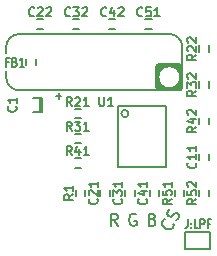
<source format=gto>
%TF.GenerationSoftware,KiCad,Pcbnew,(5.1.2-1)-1*%
%TF.CreationDate,2020-09-09T12:05:02+02:00*%
%TF.ProjectId,N64 RGB AMP v1,4e363420-5247-4422-9041-4d502076312e,2.21*%
%TF.SameCoordinates,Original*%
%TF.FileFunction,Legend,Top*%
%TF.FilePolarity,Positive*%
%FSLAX46Y46*%
G04 Gerber Fmt 4.6, Leading zero omitted, Abs format (unit mm)*
G04 Created by KiCad (PCBNEW (5.1.2-1)-1) date 2020-09-09 12:05:02*
%MOMM*%
%LPD*%
G04 APERTURE LIST*
%ADD10C,0.150000*%
%ADD11C,0.152500*%
%ADD12C,0.203200*%
%ADD13C,0.160000*%
%ADD14C,0.152400*%
G04 APERTURE END LIST*
D10*
X137980000Y-166290000D02*
X137980000Y-164830000D01*
X135870000Y-166290000D02*
X135870000Y-164830000D01*
X135870000Y-164830000D02*
X137980000Y-164830000D01*
X135870000Y-166290000D02*
X137980000Y-166290000D01*
D11*
X123631160Y-153472000D02*
X123631160Y-154670880D01*
X123782500Y-153471000D02*
X123782500Y-154671000D01*
D12*
X134894576Y-164183075D02*
X134912285Y-164249165D01*
X134881613Y-164399053D01*
X134833232Y-164482851D01*
X134718761Y-164584358D01*
X134586582Y-164619775D01*
X134478593Y-164613293D01*
X134286806Y-164558430D01*
X134161109Y-164485859D01*
X134017703Y-164347198D01*
X133958095Y-164256918D01*
X133922678Y-164124739D01*
X133953350Y-163974851D01*
X134001731Y-163891053D01*
X134116201Y-163789546D01*
X134182291Y-163771837D01*
X135129999Y-163872072D02*
X135244470Y-163770566D01*
X135365422Y-163561070D01*
X135371904Y-163453081D01*
X135354195Y-163386991D01*
X135294588Y-163296711D01*
X135210789Y-163248330D01*
X135102801Y-163241849D01*
X135036711Y-163259557D01*
X134946431Y-163319165D01*
X134807770Y-163462571D01*
X134717490Y-163522179D01*
X134651400Y-163539888D01*
X134543411Y-163533406D01*
X134459613Y-163485025D01*
X134400005Y-163394745D01*
X134382297Y-163328655D01*
X134388779Y-163220666D01*
X134509731Y-163011171D01*
X134624201Y-162909664D01*
D10*
X125167142Y-153101428D02*
X125167142Y-153558571D01*
X124938571Y-153330000D02*
X125395714Y-153330000D01*
D12*
X130179476Y-164314619D02*
X129840809Y-163830809D01*
X129598904Y-164314619D02*
X129598904Y-163298619D01*
X129985952Y-163298619D01*
X130082714Y-163347000D01*
X130131095Y-163395380D01*
X130179476Y-163492142D01*
X130179476Y-163637285D01*
X130131095Y-163734047D01*
X130082714Y-163782428D01*
X129985952Y-163830809D01*
X129598904Y-163830809D01*
X131731095Y-163347000D02*
X131634333Y-163298619D01*
X131489190Y-163298619D01*
X131344047Y-163347000D01*
X131247285Y-163443761D01*
X131198904Y-163540523D01*
X131150523Y-163734047D01*
X131150523Y-163879190D01*
X131198904Y-164072714D01*
X131247285Y-164169476D01*
X131344047Y-164266238D01*
X131489190Y-164314619D01*
X131585952Y-164314619D01*
X131731095Y-164266238D01*
X131779476Y-164217857D01*
X131779476Y-163879190D01*
X131585952Y-163879190D01*
X133137571Y-163782428D02*
X133282714Y-163830809D01*
X133331095Y-163879190D01*
X133379476Y-163975952D01*
X133379476Y-164121095D01*
X133331095Y-164217857D01*
X133282714Y-164266238D01*
X133185952Y-164314619D01*
X132798904Y-164314619D01*
X132798904Y-163298619D01*
X133137571Y-163298619D01*
X133234333Y-163347000D01*
X133282714Y-163395380D01*
X133331095Y-163492142D01*
X133331095Y-163588904D01*
X133282714Y-163685666D01*
X133234333Y-163734047D01*
X133137571Y-163782428D01*
X132798904Y-163782428D01*
D10*
X136090000Y-163772714D02*
X136090000Y-164317000D01*
X136060333Y-164425857D01*
X136001000Y-164498428D01*
X135912000Y-164534714D01*
X135852666Y-164534714D01*
X136386666Y-164462142D02*
X136416333Y-164498428D01*
X136386666Y-164534714D01*
X136357000Y-164498428D01*
X136386666Y-164462142D01*
X136386666Y-164534714D01*
X136386666Y-164063000D02*
X136416333Y-164099285D01*
X136386666Y-164135571D01*
X136357000Y-164099285D01*
X136386666Y-164063000D01*
X136386666Y-164135571D01*
X136980000Y-164534714D02*
X136683333Y-164534714D01*
X136683333Y-163772714D01*
X137187666Y-164534714D02*
X137187666Y-163772714D01*
X137425000Y-163772714D01*
X137484333Y-163809000D01*
X137514000Y-163845285D01*
X137543666Y-163917857D01*
X137543666Y-164026714D01*
X137514000Y-164099285D01*
X137484333Y-164135571D01*
X137425000Y-164171857D01*
X137187666Y-164171857D01*
X138018333Y-164135571D02*
X137810666Y-164135571D01*
X137810666Y-164534714D02*
X137810666Y-163772714D01*
X138107333Y-163772714D01*
G36*
X134065000Y-150705000D02*
G01*
X133935000Y-150765000D01*
X133845000Y-150815000D01*
X133775000Y-150915000D01*
X133645000Y-151055000D01*
X133585000Y-151155000D01*
X133545000Y-151235000D01*
X133485000Y-151245000D01*
X133485000Y-151105000D01*
X133465000Y-150975000D01*
X133495000Y-150815000D01*
X133535000Y-150705000D01*
X133605000Y-150655000D01*
X134025000Y-150675000D01*
X134065000Y-150705000D01*
G37*
X134065000Y-150705000D02*
X133935000Y-150765000D01*
X133845000Y-150815000D01*
X133775000Y-150915000D01*
X133645000Y-151055000D01*
X133585000Y-151155000D01*
X133545000Y-151235000D01*
X133485000Y-151245000D01*
X133485000Y-151105000D01*
X133465000Y-150975000D01*
X133495000Y-150815000D01*
X133535000Y-150705000D01*
X133605000Y-150655000D01*
X134025000Y-150675000D01*
X134065000Y-150705000D01*
G36*
X133495000Y-152245000D02*
G01*
X133485000Y-152385000D01*
X133485000Y-152575000D01*
X133505000Y-152695000D01*
X133545000Y-152745000D01*
X133605000Y-152785000D01*
X133695000Y-152805000D01*
X134045000Y-152795000D01*
X133495000Y-152245000D01*
G37*
X133495000Y-152245000D02*
X133485000Y-152385000D01*
X133485000Y-152575000D01*
X133505000Y-152695000D01*
X133545000Y-152745000D01*
X133605000Y-152785000D01*
X133695000Y-152805000D01*
X134045000Y-152795000D01*
X133495000Y-152245000D01*
G36*
X135615000Y-152185000D02*
G01*
X135605000Y-152625000D01*
X135515000Y-152795000D01*
X135355000Y-152835000D01*
X135015000Y-152805000D01*
X135615000Y-152185000D01*
G37*
X135615000Y-152185000D02*
X135605000Y-152625000D01*
X135515000Y-152795000D01*
X135355000Y-152835000D01*
X135015000Y-152805000D01*
X135615000Y-152185000D01*
G36*
X134875000Y-150655000D02*
G01*
X134995000Y-150635000D01*
X135515000Y-151395000D01*
X135625000Y-151275000D01*
X135625000Y-150685000D01*
X135595000Y-150685000D01*
X134875000Y-150655000D01*
G37*
X134875000Y-150655000D02*
X134995000Y-150635000D01*
X135515000Y-151395000D01*
X135625000Y-151275000D01*
X135625000Y-150685000D01*
X135595000Y-150685000D01*
X134875000Y-150655000D01*
D13*
X135631002Y-151745000D02*
G75*
G03X135631002Y-151745000I-1086002J0D01*
G01*
X135475000Y-151745000D02*
G75*
G03X135475000Y-151745000I-930000J0D01*
G01*
D10*
X133706800Y-150629000D02*
X135408600Y-150629000D01*
X133429000Y-152583200D02*
X133429000Y-150906800D01*
D14*
X121845000Y-152861000D02*
X135383200Y-152861000D01*
X120729000Y-149205000D02*
X120729000Y-149713000D01*
X121845000Y-152861000D02*
G75*
G02X120729000Y-151745000I0J1116000D01*
G01*
X121845000Y-148089000D02*
X134545000Y-148089000D01*
X120729000Y-149205000D02*
G75*
G02X121845000Y-148089000I1116000J0D01*
G01*
D10*
X135661000Y-149205000D02*
X135661000Y-152583200D01*
D14*
X134545000Y-148089000D02*
G75*
G02X135661000Y-149205000I0J-1116000D01*
G01*
D10*
X133429000Y-150906800D02*
G75*
G02X133706800Y-150629000I277800J0D01*
G01*
D14*
X135661000Y-152583200D02*
G75*
G02X135383200Y-152861000I-277800J0D01*
G01*
D10*
X135383200Y-150629000D02*
G75*
G02X135661000Y-150906800I0J-277800D01*
G01*
X133706800Y-152861000D02*
G75*
G02X133429000Y-152583200I0J277800D01*
G01*
D14*
X120729000Y-151237000D02*
X120729000Y-151745000D01*
X130195000Y-159385000D02*
X134295000Y-159385000D01*
X130195000Y-154205000D02*
X134295000Y-154205000D01*
X130195000Y-154205000D02*
X130195000Y-159385000D01*
X134295000Y-154205000D02*
X134295000Y-159385000D01*
D10*
X131090857Y-154820857D02*
G75*
G03X131090857Y-154820857I-305857J0D01*
G01*
D14*
X137882300Y-161257300D02*
X137882300Y-161797300D01*
X137082300Y-161257300D02*
X137082300Y-161797300D01*
X137082300Y-158207300D02*
X137082300Y-158747300D01*
X137882300Y-158207300D02*
X137882300Y-158747300D01*
X137882300Y-155157300D02*
X137882300Y-155697300D01*
X137082300Y-155157300D02*
X137082300Y-155697300D01*
X137082300Y-152107300D02*
X137082300Y-152647300D01*
X137882300Y-152107300D02*
X137882300Y-152647300D01*
X137882300Y-149057300D02*
X137882300Y-149597300D01*
X137082300Y-149057300D02*
X137082300Y-149597300D01*
X123782500Y-153471000D02*
X123032500Y-153471000D01*
X123782500Y-154671000D02*
X123032500Y-154671000D01*
X133042700Y-146842300D02*
X132502700Y-146842300D01*
X133042700Y-147642300D02*
X132502700Y-147642300D01*
X126942700Y-146842300D02*
X126402700Y-146842300D01*
X126942700Y-147642300D02*
X126402700Y-147642300D01*
X123892700Y-147642300D02*
X123352700Y-147642300D01*
X123892700Y-146842300D02*
X123352700Y-146842300D01*
X129992700Y-147642300D02*
X129452700Y-147642300D01*
X129992700Y-146842300D02*
X129452700Y-146842300D01*
X126632300Y-161257300D02*
X126632300Y-161797300D01*
X127432300Y-161257300D02*
X127432300Y-161797300D01*
X129522300Y-161257300D02*
X129522300Y-161797300D01*
X128722300Y-161257300D02*
X128722300Y-161797300D01*
X130812300Y-161257300D02*
X130812300Y-161797300D01*
X131612300Y-161257300D02*
X131612300Y-161797300D01*
X133702300Y-161257300D02*
X133702300Y-161797300D01*
X132902300Y-161257300D02*
X132902300Y-161797300D01*
X134992300Y-161257300D02*
X134992300Y-161797300D01*
X135792300Y-161257300D02*
X135792300Y-161797300D01*
X127062700Y-154432300D02*
X126522700Y-154432300D01*
X127062700Y-155232300D02*
X126522700Y-155232300D01*
X127062700Y-157322300D02*
X126522700Y-157322300D01*
X127062700Y-156522300D02*
X126522700Y-156522300D01*
X127062700Y-158612300D02*
X126522700Y-158612300D01*
X127062700Y-159412300D02*
X126522700Y-159412300D01*
X123237300Y-150192300D02*
X123237300Y-150732300D01*
X122437300Y-150192300D02*
X122437300Y-150732300D01*
X128609428Y-153422714D02*
X128609428Y-154039571D01*
X128645714Y-154112142D01*
X128682000Y-154148428D01*
X128754571Y-154184714D01*
X128899714Y-154184714D01*
X128972285Y-154148428D01*
X129008571Y-154112142D01*
X129044857Y-154039571D01*
X129044857Y-153422714D01*
X129806857Y-154184714D02*
X129371428Y-154184714D01*
X129589142Y-154184714D02*
X129589142Y-153422714D01*
X129516571Y-153531571D01*
X129444000Y-153604142D01*
X129371428Y-153640428D01*
X136839714Y-162029857D02*
X136476857Y-162283857D01*
X136839714Y-162465285D02*
X136077714Y-162465285D01*
X136077714Y-162175000D01*
X136114000Y-162102428D01*
X136150285Y-162066142D01*
X136222857Y-162029857D01*
X136331714Y-162029857D01*
X136404285Y-162066142D01*
X136440571Y-162102428D01*
X136476857Y-162175000D01*
X136476857Y-162465285D01*
X136077714Y-161340428D02*
X136077714Y-161703285D01*
X136440571Y-161739571D01*
X136404285Y-161703285D01*
X136368000Y-161630714D01*
X136368000Y-161449285D01*
X136404285Y-161376714D01*
X136440571Y-161340428D01*
X136513142Y-161304142D01*
X136694571Y-161304142D01*
X136767142Y-161340428D01*
X136803428Y-161376714D01*
X136839714Y-161449285D01*
X136839714Y-161630714D01*
X136803428Y-161703285D01*
X136767142Y-161739571D01*
X136150285Y-161013857D02*
X136114000Y-160977571D01*
X136077714Y-160905000D01*
X136077714Y-160723571D01*
X136114000Y-160651000D01*
X136150285Y-160614714D01*
X136222857Y-160578428D01*
X136295428Y-160578428D01*
X136404285Y-160614714D01*
X136839714Y-161050142D01*
X136839714Y-160578428D01*
X136767142Y-158979857D02*
X136803428Y-159016142D01*
X136839714Y-159125000D01*
X136839714Y-159197571D01*
X136803428Y-159306428D01*
X136730857Y-159379000D01*
X136658285Y-159415285D01*
X136513142Y-159451571D01*
X136404285Y-159451571D01*
X136259142Y-159415285D01*
X136186571Y-159379000D01*
X136114000Y-159306428D01*
X136077714Y-159197571D01*
X136077714Y-159125000D01*
X136114000Y-159016142D01*
X136150285Y-158979857D01*
X136839714Y-158254142D02*
X136839714Y-158689571D01*
X136839714Y-158471857D02*
X136077714Y-158471857D01*
X136186571Y-158544428D01*
X136259142Y-158617000D01*
X136295428Y-158689571D01*
X136839714Y-157528428D02*
X136839714Y-157963857D01*
X136839714Y-157746142D02*
X136077714Y-157746142D01*
X136186571Y-157818714D01*
X136259142Y-157891285D01*
X136295428Y-157963857D01*
X136839714Y-155929857D02*
X136476857Y-156183857D01*
X136839714Y-156365285D02*
X136077714Y-156365285D01*
X136077714Y-156075000D01*
X136114000Y-156002428D01*
X136150285Y-155966142D01*
X136222857Y-155929857D01*
X136331714Y-155929857D01*
X136404285Y-155966142D01*
X136440571Y-156002428D01*
X136476857Y-156075000D01*
X136476857Y-156365285D01*
X136331714Y-155276714D02*
X136839714Y-155276714D01*
X136041428Y-155458142D02*
X136585714Y-155639571D01*
X136585714Y-155167857D01*
X136150285Y-154913857D02*
X136114000Y-154877571D01*
X136077714Y-154805000D01*
X136077714Y-154623571D01*
X136114000Y-154551000D01*
X136150285Y-154514714D01*
X136222857Y-154478428D01*
X136295428Y-154478428D01*
X136404285Y-154514714D01*
X136839714Y-154950142D01*
X136839714Y-154478428D01*
X136839714Y-152879857D02*
X136476857Y-153133857D01*
X136839714Y-153315285D02*
X136077714Y-153315285D01*
X136077714Y-153025000D01*
X136114000Y-152952428D01*
X136150285Y-152916142D01*
X136222857Y-152879857D01*
X136331714Y-152879857D01*
X136404285Y-152916142D01*
X136440571Y-152952428D01*
X136476857Y-153025000D01*
X136476857Y-153315285D01*
X136077714Y-152625857D02*
X136077714Y-152154142D01*
X136368000Y-152408142D01*
X136368000Y-152299285D01*
X136404285Y-152226714D01*
X136440571Y-152190428D01*
X136513142Y-152154142D01*
X136694571Y-152154142D01*
X136767142Y-152190428D01*
X136803428Y-152226714D01*
X136839714Y-152299285D01*
X136839714Y-152517000D01*
X136803428Y-152589571D01*
X136767142Y-152625857D01*
X136150285Y-151863857D02*
X136114000Y-151827571D01*
X136077714Y-151755000D01*
X136077714Y-151573571D01*
X136114000Y-151501000D01*
X136150285Y-151464714D01*
X136222857Y-151428428D01*
X136295428Y-151428428D01*
X136404285Y-151464714D01*
X136839714Y-151900142D01*
X136839714Y-151428428D01*
X136839714Y-149829857D02*
X136476857Y-150083857D01*
X136839714Y-150265285D02*
X136077714Y-150265285D01*
X136077714Y-149975000D01*
X136114000Y-149902428D01*
X136150285Y-149866142D01*
X136222857Y-149829857D01*
X136331714Y-149829857D01*
X136404285Y-149866142D01*
X136440571Y-149902428D01*
X136476857Y-149975000D01*
X136476857Y-150265285D01*
X136150285Y-149539571D02*
X136114000Y-149503285D01*
X136077714Y-149430714D01*
X136077714Y-149249285D01*
X136114000Y-149176714D01*
X136150285Y-149140428D01*
X136222857Y-149104142D01*
X136295428Y-149104142D01*
X136404285Y-149140428D01*
X136839714Y-149575857D01*
X136839714Y-149104142D01*
X136150285Y-148813857D02*
X136114000Y-148777571D01*
X136077714Y-148705000D01*
X136077714Y-148523571D01*
X136114000Y-148451000D01*
X136150285Y-148414714D01*
X136222857Y-148378428D01*
X136295428Y-148378428D01*
X136404285Y-148414714D01*
X136839714Y-148850142D01*
X136839714Y-148378428D01*
X121542142Y-154207000D02*
X121578428Y-154243285D01*
X121614714Y-154352142D01*
X121614714Y-154424714D01*
X121578428Y-154533571D01*
X121505857Y-154606142D01*
X121433285Y-154642428D01*
X121288142Y-154678714D01*
X121179285Y-154678714D01*
X121034142Y-154642428D01*
X120961571Y-154606142D01*
X120889000Y-154533571D01*
X120852714Y-154424714D01*
X120852714Y-154352142D01*
X120889000Y-154243285D01*
X120925285Y-154207000D01*
X121614714Y-153481285D02*
X121614714Y-153916714D01*
X121614714Y-153699000D02*
X120852714Y-153699000D01*
X120961571Y-153771571D01*
X121034142Y-153844142D01*
X121070428Y-153916714D01*
X132270142Y-146527142D02*
X132233857Y-146563428D01*
X132125000Y-146599714D01*
X132052428Y-146599714D01*
X131943571Y-146563428D01*
X131871000Y-146490857D01*
X131834714Y-146418285D01*
X131798428Y-146273142D01*
X131798428Y-146164285D01*
X131834714Y-146019142D01*
X131871000Y-145946571D01*
X131943571Y-145874000D01*
X132052428Y-145837714D01*
X132125000Y-145837714D01*
X132233857Y-145874000D01*
X132270142Y-145910285D01*
X132959571Y-145837714D02*
X132596714Y-145837714D01*
X132560428Y-146200571D01*
X132596714Y-146164285D01*
X132669285Y-146128000D01*
X132850714Y-146128000D01*
X132923285Y-146164285D01*
X132959571Y-146200571D01*
X132995857Y-146273142D01*
X132995857Y-146454571D01*
X132959571Y-146527142D01*
X132923285Y-146563428D01*
X132850714Y-146599714D01*
X132669285Y-146599714D01*
X132596714Y-146563428D01*
X132560428Y-146527142D01*
X133721571Y-146599714D02*
X133286142Y-146599714D01*
X133503857Y-146599714D02*
X133503857Y-145837714D01*
X133431285Y-145946571D01*
X133358714Y-146019142D01*
X133286142Y-146055428D01*
X126170142Y-146527142D02*
X126133857Y-146563428D01*
X126025000Y-146599714D01*
X125952428Y-146599714D01*
X125843571Y-146563428D01*
X125771000Y-146490857D01*
X125734714Y-146418285D01*
X125698428Y-146273142D01*
X125698428Y-146164285D01*
X125734714Y-146019142D01*
X125771000Y-145946571D01*
X125843571Y-145874000D01*
X125952428Y-145837714D01*
X126025000Y-145837714D01*
X126133857Y-145874000D01*
X126170142Y-145910285D01*
X126424142Y-145837714D02*
X126895857Y-145837714D01*
X126641857Y-146128000D01*
X126750714Y-146128000D01*
X126823285Y-146164285D01*
X126859571Y-146200571D01*
X126895857Y-146273142D01*
X126895857Y-146454571D01*
X126859571Y-146527142D01*
X126823285Y-146563428D01*
X126750714Y-146599714D01*
X126533000Y-146599714D01*
X126460428Y-146563428D01*
X126424142Y-146527142D01*
X127186142Y-145910285D02*
X127222428Y-145874000D01*
X127295000Y-145837714D01*
X127476428Y-145837714D01*
X127549000Y-145874000D01*
X127585285Y-145910285D01*
X127621571Y-145982857D01*
X127621571Y-146055428D01*
X127585285Y-146164285D01*
X127149857Y-146599714D01*
X127621571Y-146599714D01*
X123120142Y-146527142D02*
X123083857Y-146563428D01*
X122975000Y-146599714D01*
X122902428Y-146599714D01*
X122793571Y-146563428D01*
X122721000Y-146490857D01*
X122684714Y-146418285D01*
X122648428Y-146273142D01*
X122648428Y-146164285D01*
X122684714Y-146019142D01*
X122721000Y-145946571D01*
X122793571Y-145874000D01*
X122902428Y-145837714D01*
X122975000Y-145837714D01*
X123083857Y-145874000D01*
X123120142Y-145910285D01*
X123410428Y-145910285D02*
X123446714Y-145874000D01*
X123519285Y-145837714D01*
X123700714Y-145837714D01*
X123773285Y-145874000D01*
X123809571Y-145910285D01*
X123845857Y-145982857D01*
X123845857Y-146055428D01*
X123809571Y-146164285D01*
X123374142Y-146599714D01*
X123845857Y-146599714D01*
X124136142Y-145910285D02*
X124172428Y-145874000D01*
X124245000Y-145837714D01*
X124426428Y-145837714D01*
X124499000Y-145874000D01*
X124535285Y-145910285D01*
X124571571Y-145982857D01*
X124571571Y-146055428D01*
X124535285Y-146164285D01*
X124099857Y-146599714D01*
X124571571Y-146599714D01*
X129220142Y-146527142D02*
X129183857Y-146563428D01*
X129075000Y-146599714D01*
X129002428Y-146599714D01*
X128893571Y-146563428D01*
X128821000Y-146490857D01*
X128784714Y-146418285D01*
X128748428Y-146273142D01*
X128748428Y-146164285D01*
X128784714Y-146019142D01*
X128821000Y-145946571D01*
X128893571Y-145874000D01*
X129002428Y-145837714D01*
X129075000Y-145837714D01*
X129183857Y-145874000D01*
X129220142Y-145910285D01*
X129873285Y-146091714D02*
X129873285Y-146599714D01*
X129691857Y-145801428D02*
X129510428Y-146345714D01*
X129982142Y-146345714D01*
X130236142Y-145910285D02*
X130272428Y-145874000D01*
X130345000Y-145837714D01*
X130526428Y-145837714D01*
X130599000Y-145874000D01*
X130635285Y-145910285D01*
X130671571Y-145982857D01*
X130671571Y-146055428D01*
X130635285Y-146164285D01*
X130199857Y-146599714D01*
X130671571Y-146599714D01*
X126389714Y-161667000D02*
X126026857Y-161921000D01*
X126389714Y-162102428D02*
X125627714Y-162102428D01*
X125627714Y-161812142D01*
X125664000Y-161739571D01*
X125700285Y-161703285D01*
X125772857Y-161667000D01*
X125881714Y-161667000D01*
X125954285Y-161703285D01*
X125990571Y-161739571D01*
X126026857Y-161812142D01*
X126026857Y-162102428D01*
X126389714Y-160941285D02*
X126389714Y-161376714D01*
X126389714Y-161159000D02*
X125627714Y-161159000D01*
X125736571Y-161231571D01*
X125809142Y-161304142D01*
X125845428Y-161376714D01*
X128407142Y-162029857D02*
X128443428Y-162066142D01*
X128479714Y-162175000D01*
X128479714Y-162247571D01*
X128443428Y-162356428D01*
X128370857Y-162429000D01*
X128298285Y-162465285D01*
X128153142Y-162501571D01*
X128044285Y-162501571D01*
X127899142Y-162465285D01*
X127826571Y-162429000D01*
X127754000Y-162356428D01*
X127717714Y-162247571D01*
X127717714Y-162175000D01*
X127754000Y-162066142D01*
X127790285Y-162029857D01*
X127790285Y-161739571D02*
X127754000Y-161703285D01*
X127717714Y-161630714D01*
X127717714Y-161449285D01*
X127754000Y-161376714D01*
X127790285Y-161340428D01*
X127862857Y-161304142D01*
X127935428Y-161304142D01*
X128044285Y-161340428D01*
X128479714Y-161775857D01*
X128479714Y-161304142D01*
X128479714Y-160578428D02*
X128479714Y-161013857D01*
X128479714Y-160796142D02*
X127717714Y-160796142D01*
X127826571Y-160868714D01*
X127899142Y-160941285D01*
X127935428Y-161013857D01*
X130497142Y-162029857D02*
X130533428Y-162066142D01*
X130569714Y-162175000D01*
X130569714Y-162247571D01*
X130533428Y-162356428D01*
X130460857Y-162429000D01*
X130388285Y-162465285D01*
X130243142Y-162501571D01*
X130134285Y-162501571D01*
X129989142Y-162465285D01*
X129916571Y-162429000D01*
X129844000Y-162356428D01*
X129807714Y-162247571D01*
X129807714Y-162175000D01*
X129844000Y-162066142D01*
X129880285Y-162029857D01*
X129807714Y-161775857D02*
X129807714Y-161304142D01*
X130098000Y-161558142D01*
X130098000Y-161449285D01*
X130134285Y-161376714D01*
X130170571Y-161340428D01*
X130243142Y-161304142D01*
X130424571Y-161304142D01*
X130497142Y-161340428D01*
X130533428Y-161376714D01*
X130569714Y-161449285D01*
X130569714Y-161667000D01*
X130533428Y-161739571D01*
X130497142Y-161775857D01*
X130569714Y-160578428D02*
X130569714Y-161013857D01*
X130569714Y-160796142D02*
X129807714Y-160796142D01*
X129916571Y-160868714D01*
X129989142Y-160941285D01*
X130025428Y-161013857D01*
X132587142Y-162029857D02*
X132623428Y-162066142D01*
X132659714Y-162175000D01*
X132659714Y-162247571D01*
X132623428Y-162356428D01*
X132550857Y-162429000D01*
X132478285Y-162465285D01*
X132333142Y-162501571D01*
X132224285Y-162501571D01*
X132079142Y-162465285D01*
X132006571Y-162429000D01*
X131934000Y-162356428D01*
X131897714Y-162247571D01*
X131897714Y-162175000D01*
X131934000Y-162066142D01*
X131970285Y-162029857D01*
X132151714Y-161376714D02*
X132659714Y-161376714D01*
X131861428Y-161558142D02*
X132405714Y-161739571D01*
X132405714Y-161267857D01*
X132659714Y-160578428D02*
X132659714Y-161013857D01*
X132659714Y-160796142D02*
X131897714Y-160796142D01*
X132006571Y-160868714D01*
X132079142Y-160941285D01*
X132115428Y-161013857D01*
X134749714Y-162029857D02*
X134386857Y-162283857D01*
X134749714Y-162465285D02*
X133987714Y-162465285D01*
X133987714Y-162175000D01*
X134024000Y-162102428D01*
X134060285Y-162066142D01*
X134132857Y-162029857D01*
X134241714Y-162029857D01*
X134314285Y-162066142D01*
X134350571Y-162102428D01*
X134386857Y-162175000D01*
X134386857Y-162465285D01*
X133987714Y-161340428D02*
X133987714Y-161703285D01*
X134350571Y-161739571D01*
X134314285Y-161703285D01*
X134278000Y-161630714D01*
X134278000Y-161449285D01*
X134314285Y-161376714D01*
X134350571Y-161340428D01*
X134423142Y-161304142D01*
X134604571Y-161304142D01*
X134677142Y-161340428D01*
X134713428Y-161376714D01*
X134749714Y-161449285D01*
X134749714Y-161630714D01*
X134713428Y-161703285D01*
X134677142Y-161739571D01*
X134749714Y-160578428D02*
X134749714Y-161013857D01*
X134749714Y-160796142D02*
X133987714Y-160796142D01*
X134096571Y-160868714D01*
X134169142Y-160941285D01*
X134205428Y-161013857D01*
X126290142Y-154189714D02*
X126036142Y-153826857D01*
X125854714Y-154189714D02*
X125854714Y-153427714D01*
X126145000Y-153427714D01*
X126217571Y-153464000D01*
X126253857Y-153500285D01*
X126290142Y-153572857D01*
X126290142Y-153681714D01*
X126253857Y-153754285D01*
X126217571Y-153790571D01*
X126145000Y-153826857D01*
X125854714Y-153826857D01*
X126580428Y-153500285D02*
X126616714Y-153464000D01*
X126689285Y-153427714D01*
X126870714Y-153427714D01*
X126943285Y-153464000D01*
X126979571Y-153500285D01*
X127015857Y-153572857D01*
X127015857Y-153645428D01*
X126979571Y-153754285D01*
X126544142Y-154189714D01*
X127015857Y-154189714D01*
X127741571Y-154189714D02*
X127306142Y-154189714D01*
X127523857Y-154189714D02*
X127523857Y-153427714D01*
X127451285Y-153536571D01*
X127378714Y-153609142D01*
X127306142Y-153645428D01*
X126290142Y-156279714D02*
X126036142Y-155916857D01*
X125854714Y-156279714D02*
X125854714Y-155517714D01*
X126145000Y-155517714D01*
X126217571Y-155554000D01*
X126253857Y-155590285D01*
X126290142Y-155662857D01*
X126290142Y-155771714D01*
X126253857Y-155844285D01*
X126217571Y-155880571D01*
X126145000Y-155916857D01*
X125854714Y-155916857D01*
X126544142Y-155517714D02*
X127015857Y-155517714D01*
X126761857Y-155808000D01*
X126870714Y-155808000D01*
X126943285Y-155844285D01*
X126979571Y-155880571D01*
X127015857Y-155953142D01*
X127015857Y-156134571D01*
X126979571Y-156207142D01*
X126943285Y-156243428D01*
X126870714Y-156279714D01*
X126653000Y-156279714D01*
X126580428Y-156243428D01*
X126544142Y-156207142D01*
X127741571Y-156279714D02*
X127306142Y-156279714D01*
X127523857Y-156279714D02*
X127523857Y-155517714D01*
X127451285Y-155626571D01*
X127378714Y-155699142D01*
X127306142Y-155735428D01*
X126290142Y-158369714D02*
X126036142Y-158006857D01*
X125854714Y-158369714D02*
X125854714Y-157607714D01*
X126145000Y-157607714D01*
X126217571Y-157644000D01*
X126253857Y-157680285D01*
X126290142Y-157752857D01*
X126290142Y-157861714D01*
X126253857Y-157934285D01*
X126217571Y-157970571D01*
X126145000Y-158006857D01*
X125854714Y-158006857D01*
X126943285Y-157861714D02*
X126943285Y-158369714D01*
X126761857Y-157571428D02*
X126580428Y-158115714D01*
X127052142Y-158115714D01*
X127741571Y-158369714D02*
X127306142Y-158369714D01*
X127523857Y-158369714D02*
X127523857Y-157607714D01*
X127451285Y-157716571D01*
X127378714Y-157789142D01*
X127306142Y-157825428D01*
D10*
X120937800Y-150457071D02*
X120727800Y-150457071D01*
X120727800Y-150856214D02*
X120727800Y-150094214D01*
X121027800Y-150094214D01*
X121477800Y-150457071D02*
X121567800Y-150493357D01*
X121597800Y-150529642D01*
X121627800Y-150602214D01*
X121627800Y-150711071D01*
X121597800Y-150783642D01*
X121567800Y-150819928D01*
X121507800Y-150856214D01*
X121267800Y-150856214D01*
X121267800Y-150094214D01*
X121477800Y-150094214D01*
X121537800Y-150130500D01*
X121567800Y-150166785D01*
X121597800Y-150239357D01*
X121597800Y-150311928D01*
X121567800Y-150384500D01*
X121537800Y-150420785D01*
X121477800Y-150457071D01*
X121267800Y-150457071D01*
X122227800Y-150856214D02*
X121867800Y-150856214D01*
X122047800Y-150856214D02*
X122047800Y-150094214D01*
X121987800Y-150203071D01*
X121927800Y-150275642D01*
X121867800Y-150311928D01*
M02*

</source>
